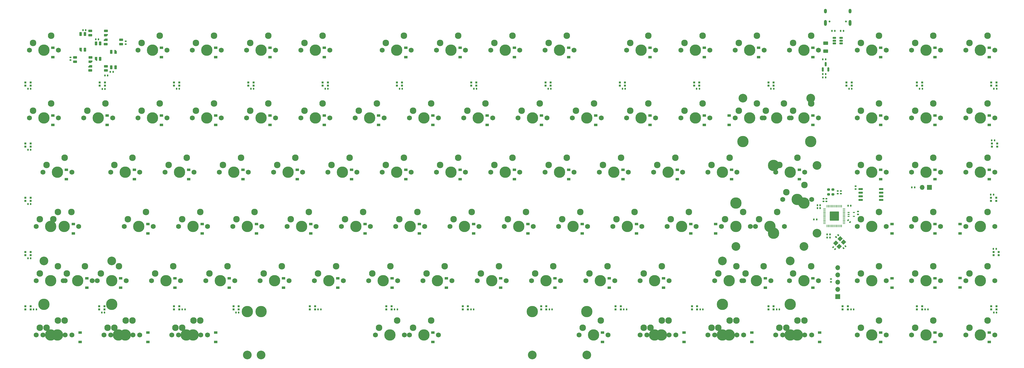
<source format=gbr>
%TF.GenerationSoftware,KiCad,Pcbnew,(6.0.1)*%
%TF.CreationDate,2022-06-13T22:26:40+10:00*%
%TF.ProjectId,fuyu,66757975-2e6b-4696-9361-645f70636258,rev?*%
%TF.SameCoordinates,Original*%
%TF.FileFunction,Soldermask,Bot*%
%TF.FilePolarity,Negative*%
%FSLAX46Y46*%
G04 Gerber Fmt 4.6, Leading zero omitted, Abs format (unit mm)*
G04 Created by KiCad (PCBNEW (6.0.1)) date 2022-06-13 22:26:40*
%MOMM*%
%LPD*%
G01*
G04 APERTURE LIST*
G04 Aperture macros list*
%AMRoundRect*
0 Rectangle with rounded corners*
0 $1 Rounding radius*
0 $2 $3 $4 $5 $6 $7 $8 $9 X,Y pos of 4 corners*
0 Add a 4 corners polygon primitive as box body*
4,1,4,$2,$3,$4,$5,$6,$7,$8,$9,$2,$3,0*
0 Add four circle primitives for the rounded corners*
1,1,$1+$1,$2,$3*
1,1,$1+$1,$4,$5*
1,1,$1+$1,$6,$7*
1,1,$1+$1,$8,$9*
0 Add four rect primitives between the rounded corners*
20,1,$1+$1,$2,$3,$4,$5,0*
20,1,$1+$1,$4,$5,$6,$7,0*
20,1,$1+$1,$6,$7,$8,$9,0*
20,1,$1+$1,$8,$9,$2,$3,0*%
%AMRotRect*
0 Rectangle, with rotation*
0 The origin of the aperture is its center*
0 $1 length*
0 $2 width*
0 $3 Rotation angle, in degrees counterclockwise*
0 Add horizontal line*
21,1,$1,$2,0,0,$3*%
%AMFreePoly0*
4,1,18,-0.410000,0.593000,-0.403758,0.624380,-0.385983,0.650983,-0.359380,0.668758,-0.328000,0.675000,0.328000,0.675000,0.359380,0.668758,0.385983,0.650983,0.403758,0.624380,0.410000,0.593000,0.410000,-0.593000,0.403758,-0.624380,0.385983,-0.650983,0.359380,-0.668758,0.328000,-0.675000,0.000000,-0.675000,-0.410000,-0.265000,-0.410000,0.593000,-0.410000,0.593000,$1*%
G04 Aperture macros list end*
%ADD10RoundRect,0.140000X-0.140000X-0.170000X0.140000X-0.170000X0.140000X0.170000X-0.140000X0.170000X0*%
%ADD11RoundRect,0.140000X0.140000X0.170000X-0.140000X0.170000X-0.140000X-0.170000X0.140000X-0.170000X0*%
%ADD12RoundRect,0.140000X-0.170000X0.140000X-0.170000X-0.140000X0.170000X-0.140000X0.170000X0.140000X0*%
%ADD13RoundRect,0.140000X0.170000X-0.140000X0.170000X0.140000X-0.170000X0.140000X-0.170000X-0.140000X0*%
%ADD14R,0.650000X0.400000*%
%ADD15C,1.750000*%
%ADD16C,3.987800*%
%ADD17C,2.300000*%
%ADD18C,3.048000*%
%ADD19C,0.650000*%
%ADD20O,1.000000X2.100000*%
%ADD21O,1.000000X1.600000*%
%ADD22RoundRect,0.082000X0.593000X-0.328000X0.593000X0.328000X-0.593000X0.328000X-0.593000X-0.328000X0*%
%ADD23FreePoly0,90.000000*%
%ADD24RoundRect,0.105000X-0.245000X-0.245000X0.245000X-0.245000X0.245000X0.245000X-0.245000X0.245000X0*%
%ADD25R,1.700000X1.700000*%
%ADD26O,1.700000X1.700000*%
%ADD27RotRect,1.400000X1.200000X45.000000*%
%ADD28R,1.200000X0.900000*%
%ADD29RoundRect,0.105000X0.245000X0.245000X-0.245000X0.245000X-0.245000X-0.245000X0.245000X-0.245000X0*%
%ADD30RoundRect,0.200000X-0.275000X0.200000X-0.275000X-0.200000X0.275000X-0.200000X0.275000X0.200000X0*%
%ADD31RoundRect,0.140000X-0.219203X-0.021213X-0.021213X-0.219203X0.219203X0.021213X0.021213X0.219203X0*%
%ADD32RoundRect,0.082000X-0.328000X-0.593000X0.328000X-0.593000X0.328000X0.593000X-0.328000X0.593000X0*%
%ADD33FreePoly0,0.000000*%
%ADD34RoundRect,0.150000X0.650000X0.150000X-0.650000X0.150000X-0.650000X-0.150000X0.650000X-0.150000X0*%
%ADD35RoundRect,0.150000X0.475000X0.150000X-0.475000X0.150000X-0.475000X-0.150000X0.475000X-0.150000X0*%
%ADD36RoundRect,0.135000X-0.135000X-0.185000X0.135000X-0.185000X0.135000X0.185000X-0.135000X0.185000X0*%
%ADD37RoundRect,0.135000X0.185000X-0.135000X0.185000X0.135000X-0.185000X0.135000X-0.185000X-0.135000X0*%
%ADD38RoundRect,0.050000X0.387500X0.050000X-0.387500X0.050000X-0.387500X-0.050000X0.387500X-0.050000X0*%
%ADD39RoundRect,0.050000X0.050000X0.387500X-0.050000X0.387500X-0.050000X-0.387500X0.050000X-0.387500X0*%
%ADD40RoundRect,0.144000X1.456000X1.456000X-1.456000X1.456000X-1.456000X-1.456000X1.456000X-1.456000X0*%
%ADD41RoundRect,0.135000X0.135000X0.185000X-0.135000X0.185000X-0.135000X-0.185000X0.135000X-0.185000X0*%
%ADD42RoundRect,0.082000X0.328000X0.593000X-0.328000X0.593000X-0.328000X-0.593000X0.328000X-0.593000X0*%
%ADD43FreePoly0,180.000000*%
%ADD44RoundRect,0.140000X0.021213X-0.219203X0.219203X-0.021213X-0.021213X0.219203X-0.219203X0.021213X0*%
%ADD45RoundRect,0.140000X0.219203X0.021213X0.021213X0.219203X-0.219203X-0.021213X-0.021213X-0.219203X0*%
%ADD46RoundRect,0.135000X0.035355X-0.226274X0.226274X-0.035355X-0.035355X0.226274X-0.226274X0.035355X0*%
%ADD47RoundRect,0.150000X0.150000X-0.587500X0.150000X0.587500X-0.150000X0.587500X-0.150000X-0.587500X0*%
%ADD48RoundRect,0.250000X-0.625000X0.375000X-0.625000X-0.375000X0.625000X-0.375000X0.625000X0.375000X0*%
%ADD49RoundRect,0.082000X-0.593000X0.328000X-0.593000X-0.328000X0.593000X-0.328000X0.593000X0.328000X0*%
%ADD50FreePoly0,270.000000*%
G04 APERTURE END LIST*
D10*
%TO.C,C23*%
X70570312Y-72932500D03*
X71530312Y-72932500D03*
%TD*%
D11*
%TO.C,C22*%
X69660312Y-74212500D03*
X68700312Y-74212500D03*
%TD*%
D12*
%TO.C,C21*%
X56590312Y-67842500D03*
X56590312Y-68802500D03*
%TD*%
D11*
%TO.C,C20*%
X61940312Y-58242500D03*
X60980312Y-58242500D03*
%TD*%
D13*
%TO.C,C58*%
X332970312Y-122932500D03*
X332970312Y-121972500D03*
%TD*%
%TO.C,C19*%
X75980312Y-63152500D03*
X75980312Y-62192500D03*
%TD*%
D11*
%TO.C,C18*%
X66410312Y-61522500D03*
X65450312Y-61522500D03*
%TD*%
D14*
%TO.C,U5*%
X329600312Y-123622500D03*
X329600312Y-122972500D03*
X329600312Y-122322500D03*
X331500312Y-122322500D03*
X331500312Y-123622500D03*
%TD*%
D15*
%TO.C,SW99*%
X235041562Y-165315000D03*
X245201562Y-165315000D03*
D16*
X240121562Y-165315000D03*
D17*
X236311562Y-162775000D03*
X242661562Y-160235000D03*
%TD*%
D15*
%TO.C,SW68*%
X307114062Y-127215000D03*
X296954062Y-127215000D03*
D16*
X302034062Y-127215000D03*
D17*
X298224062Y-124675000D03*
X304574062Y-122135000D03*
%TD*%
D16*
%TO.C,SW106*%
X337752812Y-165315000D03*
D15*
X332672812Y-165315000D03*
X342832812Y-165315000D03*
D17*
X333942812Y-162775000D03*
X340292812Y-160235000D03*
%TD*%
D15*
%TO.C,SW89*%
X351722812Y-146265000D03*
X361882812Y-146265000D03*
D16*
X356802812Y-146265000D03*
D17*
X352992812Y-143725000D03*
X359342812Y-141185000D03*
%TD*%
D15*
%TO.C,SW28*%
X251710312Y-89115000D03*
D16*
X256790312Y-89115000D03*
D15*
X261870312Y-89115000D03*
D17*
X252980312Y-86575000D03*
X259330312Y-84035000D03*
%TD*%
D15*
%TO.C,SW41*%
X157095312Y-108165000D03*
D16*
X152015312Y-108165000D03*
D15*
X146935312Y-108165000D03*
D17*
X148205312Y-105625000D03*
X154555312Y-103085000D03*
%TD*%
D15*
%TO.C,SW2*%
X80260312Y-65302500D03*
D16*
X85340312Y-65302500D03*
D15*
X90420312Y-65302500D03*
D17*
X81530312Y-62762500D03*
X87880312Y-60222500D03*
%TD*%
D16*
%TO.C,SW10*%
X256790312Y-65302500D03*
D15*
X251710312Y-65302500D03*
X261870312Y-65302500D03*
D17*
X252980312Y-62762500D03*
X259330312Y-60222500D03*
%TD*%
D15*
%TO.C,SW27*%
X242820312Y-89115000D03*
X232660312Y-89115000D03*
D16*
X237740312Y-89115000D03*
D17*
X233930312Y-86575000D03*
X240280312Y-84035000D03*
%TD*%
D16*
%TO.C,SW34*%
X356802812Y-89115000D03*
D15*
X361882812Y-89115000D03*
X351722812Y-89115000D03*
D17*
X352992812Y-86575000D03*
X359342812Y-84035000D03*
%TD*%
D15*
%TO.C,SW35*%
X380932812Y-89115000D03*
D16*
X375852812Y-89115000D03*
D15*
X370772812Y-89115000D03*
D17*
X372042812Y-86575000D03*
X378392812Y-84035000D03*
%TD*%
D16*
%TO.C,SW11*%
X275840312Y-65302500D03*
D15*
X270760312Y-65302500D03*
X280920312Y-65302500D03*
D17*
X272030312Y-62762500D03*
X278380312Y-60222500D03*
%TD*%
D15*
%TO.C,SW59*%
X142807812Y-127215000D03*
D16*
X137727812Y-127215000D03*
D15*
X132647812Y-127215000D03*
D17*
X133917812Y-124675000D03*
X140267812Y-122135000D03*
%TD*%
D16*
%TO.C,SW75*%
X90102812Y-146265000D03*
D15*
X85022812Y-146265000D03*
X95182812Y-146265000D03*
D17*
X86292812Y-143725000D03*
X92642812Y-141185000D03*
%TD*%
D15*
%TO.C,SW8*%
X214245312Y-65302500D03*
X204085312Y-65302500D03*
D16*
X209165312Y-65302500D03*
D17*
X205355312Y-62762500D03*
X211705312Y-60222500D03*
%TD*%
D15*
%TO.C,SW70*%
X361882812Y-127215000D03*
D16*
X356802812Y-127215000D03*
D15*
X351722812Y-127215000D03*
D17*
X352992812Y-124675000D03*
X359342812Y-122135000D03*
%TD*%
D15*
%TO.C,SW90*%
X370772812Y-146265000D03*
D16*
X375852812Y-146265000D03*
D15*
X380932812Y-146265000D03*
D17*
X372042812Y-143725000D03*
X378392812Y-141185000D03*
%TD*%
D15*
%TO.C,SW47*%
X261235312Y-108165000D03*
D16*
X266315312Y-108165000D03*
D15*
X271395312Y-108165000D03*
D17*
X262505312Y-105625000D03*
X268855312Y-103085000D03*
%TD*%
D15*
%TO.C,SW39*%
X108835312Y-108165000D03*
D16*
X113915312Y-108165000D03*
D15*
X118995312Y-108165000D03*
D17*
X110105312Y-105625000D03*
X116455312Y-103085000D03*
%TD*%
D15*
%TO.C,SW16*%
X380932812Y-65302500D03*
X370772812Y-65302500D03*
D16*
X375852812Y-65302500D03*
D17*
X372042812Y-62762500D03*
X378392812Y-60222500D03*
%TD*%
D15*
%TO.C,SW6*%
X176145312Y-65302500D03*
D16*
X171065312Y-65302500D03*
D15*
X165985312Y-65302500D03*
D17*
X167255312Y-62762500D03*
X173605312Y-60222500D03*
%TD*%
D15*
%TO.C,SW25*%
X204720312Y-89115000D03*
X194560312Y-89115000D03*
D16*
X199640312Y-89115000D03*
D17*
X195830312Y-86575000D03*
X202180312Y-84035000D03*
%TD*%
D15*
%TO.C,SW29*%
X270760312Y-89115000D03*
D16*
X275840312Y-89115000D03*
D15*
X280920312Y-89115000D03*
D17*
X272030312Y-86575000D03*
X278380312Y-84035000D03*
%TD*%
D16*
%TO.C,SW101*%
X263934062Y-165315000D03*
D15*
X258854062Y-165315000D03*
X269014062Y-165315000D03*
D17*
X260124062Y-162775000D03*
X266474062Y-160235000D03*
%TD*%
D16*
%TO.C,SW13*%
X313940312Y-65302500D03*
D15*
X308860312Y-65302500D03*
X319020312Y-65302500D03*
D17*
X310130312Y-62762500D03*
X316480312Y-60222500D03*
%TD*%
D16*
%TO.C,SW64*%
X232977812Y-127215000D03*
D15*
X238057812Y-127215000D03*
X227897812Y-127215000D03*
D17*
X229167812Y-124675000D03*
X235517812Y-122135000D03*
%TD*%
D16*
%TO.C,S5*%
X285365312Y-154520000D03*
D18*
X309177812Y-139280000D03*
X285365312Y-139280000D03*
D16*
X309177812Y-154520000D03*
%TD*%
D15*
%TO.C,SW103*%
X282666562Y-165315000D03*
D16*
X287746562Y-165315000D03*
D15*
X292826562Y-165315000D03*
D17*
X283936562Y-162775000D03*
X290286562Y-160235000D03*
%TD*%
D15*
%TO.C,SW23*%
X166620312Y-89115000D03*
D16*
X161540312Y-89115000D03*
D15*
X156460312Y-89115000D03*
D17*
X157730312Y-86575000D03*
X164080312Y-84035000D03*
%TD*%
D15*
%TO.C,SW91*%
X44541562Y-165315000D03*
D16*
X49621562Y-165315000D03*
D15*
X54701562Y-165315000D03*
D17*
X45811562Y-162775000D03*
X52161562Y-160235000D03*
%TD*%
D15*
%TO.C,SW96*%
X104707812Y-165315000D03*
D16*
X99627812Y-165315000D03*
D15*
X94547812Y-165315000D03*
D17*
X95817812Y-162775000D03*
X102167812Y-160235000D03*
%TD*%
D15*
%TO.C,SW78*%
X152332812Y-146265000D03*
D16*
X147252812Y-146265000D03*
D15*
X142172812Y-146265000D03*
D17*
X143442812Y-143725000D03*
X149792812Y-141185000D03*
%TD*%
D15*
%TO.C,SW52*%
X361882812Y-108165000D03*
D16*
X356802812Y-108165000D03*
D15*
X351722812Y-108165000D03*
D17*
X352992812Y-105625000D03*
X359342812Y-103085000D03*
%TD*%
D15*
%TO.C,SW60*%
X151697812Y-127215000D03*
D16*
X156777812Y-127215000D03*
D15*
X161857812Y-127215000D03*
D17*
X152967812Y-124675000D03*
X159317812Y-122135000D03*
%TD*%
D15*
%TO.C,SW36*%
X57082812Y-108165000D03*
D16*
X52002812Y-108165000D03*
D15*
X46922812Y-108165000D03*
D17*
X48192812Y-105625000D03*
X54542812Y-103085000D03*
%TD*%
D15*
%TO.C,SW61*%
X180907812Y-127215000D03*
D16*
X175827812Y-127215000D03*
D15*
X170747812Y-127215000D03*
D17*
X172017812Y-124675000D03*
X178367812Y-122135000D03*
%TD*%
D16*
%TO.C,SW74*%
X71052812Y-146265000D03*
D15*
X65972812Y-146265000D03*
X76132812Y-146265000D03*
D17*
X67242812Y-143725000D03*
X73592812Y-141185000D03*
%TD*%
D16*
%TO.C,S7*%
X123440312Y-157060000D03*
D18*
X123440312Y-172300000D03*
D16*
X237740312Y-157060000D03*
D18*
X237740312Y-172300000D03*
%TD*%
D15*
%TO.C,SW33*%
X342832812Y-89115000D03*
X332672812Y-89115000D03*
D16*
X337752812Y-89115000D03*
D17*
X333942812Y-86575000D03*
X340292812Y-84035000D03*
%TD*%
D15*
%TO.C,SW30*%
X299970312Y-89115000D03*
X289810312Y-89115000D03*
D16*
X294890312Y-89115000D03*
D17*
X291080312Y-86575000D03*
X297430312Y-84035000D03*
%TD*%
D18*
%TO.C,S2*%
X318544062Y-129596250D03*
D16*
X303304062Y-129596250D03*
X303304062Y-105783750D03*
D18*
X318544062Y-105783750D03*
%TD*%
D15*
%TO.C,SW42*%
X165985312Y-108165000D03*
D16*
X171065312Y-108165000D03*
D15*
X176145312Y-108165000D03*
D17*
X167255312Y-105625000D03*
X173605312Y-103085000D03*
%TD*%
D15*
%TO.C,SW4*%
X118360312Y-65302500D03*
D16*
X123440312Y-65302500D03*
D15*
X128520312Y-65302500D03*
D17*
X119630312Y-62762500D03*
X125980312Y-60222500D03*
%TD*%
D15*
%TO.C,SW71*%
X380932812Y-127215000D03*
D16*
X375852812Y-127215000D03*
D15*
X370772812Y-127215000D03*
D17*
X372042812Y-124675000D03*
X378392812Y-122135000D03*
%TD*%
D15*
%TO.C,SW100*%
X256472812Y-165315000D03*
D16*
X261552812Y-165315000D03*
D15*
X266632812Y-165315000D03*
D17*
X257742812Y-162775000D03*
X264092812Y-160235000D03*
%TD*%
D16*
%TO.C,SW76*%
X109152812Y-146265000D03*
D15*
X114232812Y-146265000D03*
X104072812Y-146265000D03*
D17*
X105342812Y-143725000D03*
X111692812Y-141185000D03*
%TD*%
D15*
%TO.C,SW84*%
X266632812Y-146265000D03*
X256472812Y-146265000D03*
D16*
X261552812Y-146265000D03*
D17*
X257742812Y-143725000D03*
X264092812Y-141185000D03*
%TD*%
D15*
%TO.C,SW102*%
X290445312Y-165315000D03*
X280285312Y-165315000D03*
D16*
X285365312Y-165315000D03*
D17*
X281555312Y-162775000D03*
X287905312Y-160235000D03*
%TD*%
D15*
%TO.C,SW48*%
X280285312Y-108165000D03*
X290445312Y-108165000D03*
D16*
X285365312Y-108165000D03*
D17*
X281555312Y-105625000D03*
X287905312Y-103085000D03*
%TD*%
D16*
%TO.C,SW93*%
X73434062Y-165315000D03*
D15*
X68354062Y-165315000D03*
X78514062Y-165315000D03*
D17*
X69624062Y-162775000D03*
X75974062Y-160235000D03*
%TD*%
D16*
%TO.C,SW57*%
X99627812Y-127215000D03*
D15*
X94547812Y-127215000D03*
X104707812Y-127215000D03*
D17*
X95817812Y-124675000D03*
X102167812Y-122135000D03*
%TD*%
D16*
%TO.C,SW77*%
X128202812Y-146265000D03*
D15*
X123122812Y-146265000D03*
X133282812Y-146265000D03*
D17*
X124392812Y-143725000D03*
X130742812Y-141185000D03*
%TD*%
D15*
%TO.C,SW31*%
X309495312Y-89115000D03*
X299335312Y-89115000D03*
D16*
X304415312Y-89115000D03*
D17*
X300605312Y-86575000D03*
X306955312Y-84035000D03*
%TD*%
D15*
%TO.C,SW82*%
X228532812Y-146265000D03*
D16*
X223452812Y-146265000D03*
D15*
X218372812Y-146265000D03*
D17*
X219642812Y-143725000D03*
X225992812Y-141185000D03*
%TD*%
D15*
%TO.C,SW55*%
X49304062Y-127215000D03*
X59464062Y-127215000D03*
D16*
X54384062Y-127215000D03*
D17*
X50574062Y-124675000D03*
X56924062Y-122135000D03*
%TD*%
D15*
%TO.C,SW65*%
X257107812Y-127215000D03*
D16*
X252027812Y-127215000D03*
D15*
X246947812Y-127215000D03*
D17*
X248217812Y-124675000D03*
X254567812Y-122135000D03*
%TD*%
D16*
%TO.C,SW21*%
X123440312Y-89115000D03*
D15*
X128520312Y-89115000D03*
X118360312Y-89115000D03*
D17*
X119630312Y-86575000D03*
X125980312Y-84035000D03*
%TD*%
D16*
%TO.C,S1*%
X292509062Y-97370000D03*
X316321562Y-97370000D03*
D18*
X292509062Y-82130000D03*
X316321562Y-82130000D03*
%TD*%
D15*
%TO.C,SW3*%
X109470312Y-65302500D03*
X99310312Y-65302500D03*
D16*
X104390312Y-65302500D03*
D17*
X100580312Y-62762500D03*
X106930312Y-60222500D03*
%TD*%
D15*
%TO.C,SW86*%
X302351562Y-146265000D03*
D16*
X297271562Y-146265000D03*
D15*
X292191562Y-146265000D03*
D17*
X293461562Y-143725000D03*
X299811562Y-141185000D03*
%TD*%
D15*
%TO.C,SW44*%
X214245312Y-108165000D03*
D16*
X209165312Y-108165000D03*
D15*
X204085312Y-108165000D03*
D17*
X205355312Y-105625000D03*
X211705312Y-103085000D03*
%TD*%
D15*
%TO.C,SW80*%
X180272812Y-146265000D03*
X190432812Y-146265000D03*
D16*
X185352812Y-146265000D03*
D17*
X181542812Y-143725000D03*
X187892812Y-141185000D03*
%TD*%
D15*
%TO.C,SW15*%
X361882812Y-65302500D03*
X351722812Y-65302500D03*
D16*
X356802812Y-65302500D03*
D17*
X352992812Y-62762500D03*
X359342812Y-60222500D03*
%TD*%
D15*
%TO.C,SW108*%
X370772812Y-165315000D03*
X380932812Y-165315000D03*
D16*
X375852812Y-165315000D03*
D17*
X372042812Y-162775000D03*
X378392812Y-160235000D03*
%TD*%
D15*
%TO.C,SW58*%
X113597812Y-127215000D03*
D16*
X118677812Y-127215000D03*
D15*
X123757812Y-127215000D03*
D17*
X114867812Y-124675000D03*
X121217812Y-122135000D03*
%TD*%
D15*
%TO.C,SW81*%
X199322812Y-146265000D03*
X209482812Y-146265000D03*
D16*
X204402812Y-146265000D03*
D17*
X200592812Y-143725000D03*
X206942812Y-141185000D03*
%TD*%
D16*
%TO.C,SW46*%
X247265312Y-108165000D03*
D15*
X252345312Y-108165000D03*
X242185312Y-108165000D03*
D17*
X243455312Y-105625000D03*
X249805312Y-103085000D03*
%TD*%
D16*
%TO.C,SW24*%
X180590312Y-89115000D03*
D15*
X185670312Y-89115000D03*
X175510312Y-89115000D03*
D17*
X176780312Y-86575000D03*
X183130312Y-84035000D03*
%TD*%
D15*
%TO.C,SW43*%
X195195312Y-108165000D03*
D16*
X190115312Y-108165000D03*
D15*
X185035312Y-108165000D03*
D17*
X186305312Y-105625000D03*
X192655312Y-103085000D03*
%TD*%
D15*
%TO.C,SW12*%
X289810312Y-65302500D03*
X299970312Y-65302500D03*
D16*
X294890312Y-65302500D03*
D17*
X291080312Y-62762500D03*
X297430312Y-60222500D03*
%TD*%
D16*
%TO.C,SW79*%
X166302812Y-146265000D03*
D15*
X161222812Y-146265000D03*
X171382812Y-146265000D03*
D17*
X162492812Y-143725000D03*
X168842812Y-141185000D03*
%TD*%
D15*
%TO.C,SW85*%
X282666562Y-146265000D03*
D16*
X287746562Y-146265000D03*
D15*
X292826562Y-146265000D03*
D17*
X283936562Y-143725000D03*
X290286562Y-141185000D03*
%TD*%
D15*
%TO.C,SW62*%
X189797812Y-127215000D03*
D16*
X194877812Y-127215000D03*
D15*
X199957812Y-127215000D03*
D17*
X191067812Y-124675000D03*
X197417812Y-122135000D03*
%TD*%
D15*
%TO.C,SW51*%
X332672812Y-108165000D03*
X342832812Y-108165000D03*
D16*
X337752812Y-108165000D03*
D17*
X333942812Y-105625000D03*
X340292812Y-103085000D03*
%TD*%
D15*
%TO.C,SW45*%
X223135312Y-108165000D03*
D16*
X228215312Y-108165000D03*
D15*
X233295312Y-108165000D03*
D17*
X224405312Y-105625000D03*
X230755312Y-103085000D03*
%TD*%
D15*
%TO.C,SW22*%
X137410312Y-89115000D03*
D16*
X142490312Y-89115000D03*
D15*
X147570312Y-89115000D03*
D17*
X138680312Y-86575000D03*
X145030312Y-84035000D03*
%TD*%
D15*
%TO.C,SW105*%
X316639062Y-165315000D03*
X306479062Y-165315000D03*
D16*
X311559062Y-165315000D03*
D17*
X307749062Y-162775000D03*
X314099062Y-160235000D03*
%TD*%
D15*
%TO.C,SW54*%
X54701562Y-127215000D03*
X44541562Y-127215000D03*
D16*
X49621562Y-127215000D03*
D17*
X45811562Y-124675000D03*
X52161562Y-122135000D03*
%TD*%
D15*
%TO.C,SW37*%
X70735312Y-108165000D03*
X80895312Y-108165000D03*
D16*
X75815312Y-108165000D03*
D17*
X72005312Y-105625000D03*
X78355312Y-103085000D03*
%TD*%
D16*
%TO.C,SW20*%
X104390312Y-89115000D03*
D15*
X109470312Y-89115000D03*
X99310312Y-89115000D03*
D17*
X100580312Y-86575000D03*
X106930312Y-84035000D03*
%TD*%
D16*
%TO.C,SW14*%
X337752812Y-65302500D03*
D15*
X342832812Y-65302500D03*
X332672812Y-65302500D03*
D17*
X333942812Y-62762500D03*
X340292812Y-60222500D03*
%TD*%
D15*
%TO.C,SW83*%
X237422812Y-146265000D03*
D16*
X242502812Y-146265000D03*
D15*
X247582812Y-146265000D03*
D17*
X238692812Y-143725000D03*
X245042812Y-141185000D03*
%TD*%
D16*
%TO.C,S6*%
X218662812Y-157060000D03*
D18*
X218662812Y-172300000D03*
D16*
X118650312Y-157060000D03*
D18*
X118650312Y-172300000D03*
%TD*%
D15*
%TO.C,SW7*%
X195195312Y-65302500D03*
X185035312Y-65302500D03*
D16*
X190115312Y-65302500D03*
D17*
X186305312Y-62762500D03*
X192655312Y-60222500D03*
%TD*%
D15*
%TO.C,SW72*%
X54701562Y-146265000D03*
X44541562Y-146265000D03*
D16*
X49621562Y-146265000D03*
D17*
X45811562Y-143725000D03*
X52161562Y-141185000D03*
%TD*%
D15*
%TO.C,SW18*%
X61210312Y-89115000D03*
X71370312Y-89115000D03*
D16*
X66290312Y-89115000D03*
D17*
X62480312Y-86575000D03*
X68830312Y-84035000D03*
%TD*%
D16*
%TO.C,SW5*%
X142490312Y-65302500D03*
D15*
X137410312Y-65302500D03*
X147570312Y-65302500D03*
D17*
X138680312Y-62762500D03*
X145030312Y-60222500D03*
%TD*%
D15*
%TO.C,SW67*%
X285047812Y-127215000D03*
D16*
X290127812Y-127215000D03*
D15*
X295207812Y-127215000D03*
D17*
X286317812Y-124675000D03*
X292667812Y-122135000D03*
%TD*%
D15*
%TO.C,SW49*%
X314257812Y-108165000D03*
D16*
X309177812Y-108165000D03*
D15*
X304097812Y-108165000D03*
D17*
X305367812Y-105625000D03*
X311717812Y-103085000D03*
%TD*%
D16*
%TO.C,SW1*%
X47240312Y-65302500D03*
D15*
X52320312Y-65302500D03*
X42160312Y-65302500D03*
D17*
X43430312Y-62762500D03*
X49780312Y-60222500D03*
%TD*%
D15*
%TO.C,SW63*%
X219007812Y-127215000D03*
D16*
X213927812Y-127215000D03*
D15*
X208847812Y-127215000D03*
D17*
X210117812Y-124675000D03*
X216467812Y-122135000D03*
%TD*%
D16*
%TO.C,SW9*%
X228215312Y-65302500D03*
D15*
X223135312Y-65302500D03*
X233295312Y-65302500D03*
D17*
X224405312Y-62762500D03*
X230755312Y-60222500D03*
%TD*%
D15*
%TO.C,SW69*%
X342832812Y-127215000D03*
X332672812Y-127215000D03*
D16*
X337752812Y-127215000D03*
D17*
X333942812Y-124675000D03*
X340292812Y-122135000D03*
%TD*%
D19*
%TO.C,J1*%
X328736562Y-55202500D03*
X322956562Y-55202500D03*
D20*
X321526562Y-55732500D03*
D21*
X330166562Y-51552500D03*
X321526562Y-51552500D03*
D20*
X330166562Y-55732500D03*
%TD*%
D16*
%TO.C,SW73*%
X59146562Y-146265000D03*
D15*
X64226562Y-146265000D03*
X54066562Y-146265000D03*
D17*
X55336562Y-143725000D03*
X61686562Y-141185000D03*
%TD*%
D16*
%TO.C,SW32*%
X313940312Y-89115000D03*
D15*
X319020312Y-89115000D03*
X308860312Y-89115000D03*
D17*
X310130312Y-86575000D03*
X316480312Y-84035000D03*
%TD*%
D15*
%TO.C,SW97*%
X173764062Y-165315000D03*
D16*
X168684062Y-165315000D03*
D15*
X163604062Y-165315000D03*
D17*
X164874062Y-162775000D03*
X171224062Y-160235000D03*
%TD*%
D15*
%TO.C,SW107*%
X351722812Y-165315000D03*
X361882812Y-165315000D03*
D16*
X356802812Y-165315000D03*
D17*
X352992812Y-162775000D03*
X359342812Y-160235000D03*
%TD*%
D15*
%TO.C,SW66*%
X265997812Y-127215000D03*
D16*
X271077812Y-127215000D03*
D15*
X276157812Y-127215000D03*
D17*
X267267812Y-124675000D03*
X273617812Y-122135000D03*
%TD*%
D16*
%TO.C,SW92*%
X52002812Y-165315000D03*
D15*
X57082812Y-165315000D03*
X46922812Y-165315000D03*
D17*
X48192812Y-162775000D03*
X54542812Y-160235000D03*
%TD*%
D16*
%TO.C,SW56*%
X80577812Y-127215000D03*
D15*
X85657812Y-127215000D03*
X75497812Y-127215000D03*
D17*
X76767812Y-124675000D03*
X83117812Y-122135000D03*
%TD*%
D18*
%TO.C,S3*%
X290127812Y-134200000D03*
X313940312Y-134200000D03*
D16*
X313940312Y-118960000D03*
X290127812Y-118960000D03*
%TD*%
D15*
%TO.C,SW87*%
X308860312Y-146265000D03*
D16*
X313940312Y-146265000D03*
D15*
X319020312Y-146265000D03*
D17*
X310130312Y-143725000D03*
X316480312Y-141185000D03*
%TD*%
D16*
%TO.C,SW38*%
X94865312Y-108165000D03*
D15*
X99945312Y-108165000D03*
X89785312Y-108165000D03*
D17*
X91055312Y-105625000D03*
X97405312Y-103085000D03*
%TD*%
D16*
%TO.C,SW94*%
X75815312Y-165315000D03*
D15*
X70735312Y-165315000D03*
X80895312Y-165315000D03*
D17*
X72005312Y-162775000D03*
X78355312Y-160235000D03*
%TD*%
D15*
%TO.C,SW19*%
X80260312Y-89115000D03*
D16*
X85340312Y-89115000D03*
D15*
X90420312Y-89115000D03*
D17*
X81530312Y-86575000D03*
X87880312Y-84035000D03*
%TD*%
D15*
%TO.C,SW50*%
X316639062Y-117690000D03*
X306479062Y-117690000D03*
D16*
X311559062Y-117690000D03*
D17*
X307749062Y-115150000D03*
X314099062Y-112610000D03*
%TD*%
D16*
%TO.C,SW17*%
X47240312Y-89115000D03*
D15*
X42160312Y-89115000D03*
X52320312Y-89115000D03*
D17*
X43430312Y-86575000D03*
X49780312Y-84035000D03*
%TD*%
D15*
%TO.C,SW95*%
X102326562Y-165315000D03*
D16*
X97246562Y-165315000D03*
D15*
X92166562Y-165315000D03*
D17*
X93436562Y-162775000D03*
X99786562Y-160235000D03*
%TD*%
D16*
%TO.C,SW104*%
X309177812Y-165315000D03*
D15*
X304097812Y-165315000D03*
X314257812Y-165315000D03*
D17*
X305367812Y-162775000D03*
X311717812Y-160235000D03*
%TD*%
D15*
%TO.C,SW98*%
X175510312Y-165315000D03*
X185670312Y-165315000D03*
D16*
X180590312Y-165315000D03*
D17*
X176780312Y-162775000D03*
X183130312Y-160235000D03*
%TD*%
D15*
%TO.C,SW53*%
X380932812Y-108165000D03*
D16*
X375852812Y-108165000D03*
D15*
X370772812Y-108165000D03*
D17*
X372042812Y-105625000D03*
X378392812Y-103085000D03*
%TD*%
D15*
%TO.C,SW26*%
X223770312Y-89115000D03*
D16*
X218690312Y-89115000D03*
D15*
X213610312Y-89115000D03*
D17*
X214880312Y-86575000D03*
X221230312Y-84035000D03*
%TD*%
D15*
%TO.C,SW40*%
X138045312Y-108165000D03*
D16*
X132965312Y-108165000D03*
D15*
X127885312Y-108165000D03*
D17*
X129155312Y-105625000D03*
X135505312Y-103085000D03*
%TD*%
D15*
%TO.C,SW88*%
X332672812Y-146265000D03*
X342832812Y-146265000D03*
D16*
X337752812Y-146265000D03*
D17*
X333942812Y-143725000D03*
X340292812Y-141185000D03*
%TD*%
D22*
%TO.C,LED3*%
X63565312Y-58552500D03*
X63565312Y-60052500D03*
X69015312Y-58552500D03*
D23*
X69015312Y-60052500D03*
%TD*%
D11*
%TO.C,C40*%
X381410312Y-135112500D03*
X380450312Y-135112500D03*
%TD*%
D24*
%TO.C,D114*%
X379925312Y-99182500D03*
X379925312Y-98082500D03*
X381755312Y-98082500D03*
X381755312Y-99182500D03*
%TD*%
D25*
%TO.C,J2*%
X325860312Y-151837094D03*
D26*
X325860312Y-149297094D03*
X325860312Y-146757094D03*
X325860312Y-144217094D03*
X325860312Y-141677094D03*
%TD*%
D27*
%TO.C,Y1*%
X325131102Y-133055317D03*
X326686737Y-131499682D03*
X327888818Y-132701763D03*
X326333183Y-134257398D03*
%TD*%
D28*
%TO.C,D38*%
X117090312Y-110608750D03*
X117090312Y-107308750D03*
%TD*%
D10*
%TO.C,C32*%
X250260312Y-78852500D03*
X251220312Y-78852500D03*
%TD*%
%TO.C,C44*%
X304390312Y-156342500D03*
X305350312Y-156342500D03*
%TD*%
D28*
%TO.C,D14*%
X340927812Y-67746250D03*
X340927812Y-64446250D03*
%TD*%
D11*
%TO.C,C9*%
X323090312Y-131056392D03*
X322130312Y-131056392D03*
%TD*%
D28*
%TO.C,D8*%
X212340312Y-67746250D03*
X212340312Y-64446250D03*
%TD*%
D24*
%TO.C,D121*%
X274672350Y-156340000D03*
X274672350Y-155240000D03*
X276502350Y-155240000D03*
X276502350Y-156340000D03*
%TD*%
D13*
%TO.C,C3*%
X326887504Y-115703892D03*
X326887504Y-114743892D03*
%TD*%
D29*
%TO.C,D101*%
X68670696Y-76658750D03*
X68670696Y-77758750D03*
X66840696Y-77758750D03*
X66840696Y-76658750D03*
%TD*%
D11*
%TO.C,C2*%
X323090312Y-130036392D03*
X322130312Y-130036392D03*
%TD*%
%TO.C,C11*%
X319647504Y-119736392D03*
X318687504Y-119736392D03*
%TD*%
D10*
%TO.C,C34*%
X302410312Y-78842500D03*
X303370312Y-78842500D03*
%TD*%
D28*
%TO.C,D44*%
X231390312Y-110608750D03*
X231390312Y-107308750D03*
%TD*%
%TO.C,D41*%
X174240312Y-110608750D03*
X174240312Y-107308750D03*
%TD*%
%TO.C,D65*%
X344896562Y-129658750D03*
X344896562Y-126358750D03*
%TD*%
%TO.C,D18*%
X69465312Y-91558750D03*
X69465312Y-88258750D03*
%TD*%
D13*
%TO.C,C1*%
X321887504Y-118416392D03*
X321887504Y-117456392D03*
%TD*%
D30*
%TO.C,R3*%
X322578124Y-114260294D03*
X322578124Y-115910294D03*
%TD*%
D28*
%TO.C,D17*%
X50415312Y-91558750D03*
X50415312Y-88258750D03*
%TD*%
D10*
%TO.C,C24*%
X41660312Y-78842500D03*
X42620312Y-78842500D03*
%TD*%
D28*
%TO.C,D43*%
X212340312Y-110608750D03*
X212340312Y-107308750D03*
%TD*%
D11*
%TO.C,C38*%
X380840312Y-96992500D03*
X379880312Y-96992500D03*
%TD*%
D28*
%TO.C,D51*%
X379027812Y-110608750D03*
X379027812Y-107308750D03*
%TD*%
D29*
%TO.C,D132*%
X42599062Y-117140000D03*
X42599062Y-118240000D03*
X40769062Y-118240000D03*
X40769062Y-117140000D03*
%TD*%
D28*
%TO.C,D49*%
X340927812Y-110608750D03*
X340927812Y-107308750D03*
%TD*%
D10*
%TO.C,C45*%
X277570312Y-156342500D03*
X278530312Y-156342500D03*
%TD*%
D28*
%TO.C,D34*%
X379027812Y-91558750D03*
X379027812Y-88258750D03*
%TD*%
D29*
%TO.C,D109*%
X277243768Y-76658750D03*
X277243768Y-77758750D03*
X275413768Y-77758750D03*
X275413768Y-76658750D03*
%TD*%
D31*
%TO.C,C8*%
X329465111Y-125023691D03*
X330143933Y-125702513D03*
%TD*%
D29*
%TO.C,D107*%
X225100500Y-76658750D03*
X225100500Y-77758750D03*
X223270500Y-77758750D03*
X223270500Y-76658750D03*
%TD*%
D10*
%TO.C,C26*%
X93820312Y-78842500D03*
X94780312Y-78842500D03*
%TD*%
D24*
%TO.C,D130*%
X40769062Y-156340000D03*
X40769062Y-155240000D03*
X42599062Y-155240000D03*
X42599062Y-156340000D03*
%TD*%
D32*
%TO.C,LED4*%
X61670954Y-59677500D03*
X60170954Y-59677500D03*
X61670954Y-65127500D03*
D33*
X60170954Y-65127500D03*
%TD*%
D28*
%TO.C,D7*%
X193290312Y-67746250D03*
X193290312Y-64446250D03*
%TD*%
D29*
%TO.C,D108*%
X251172134Y-76658750D03*
X251172134Y-77758750D03*
X249342134Y-77758750D03*
X249342134Y-76658750D03*
%TD*%
D34*
%TO.C,U4*%
X341070620Y-114037500D03*
X341070620Y-115307500D03*
X341070620Y-116577500D03*
X341070620Y-117847500D03*
X333870620Y-117847500D03*
X333870620Y-116577500D03*
X333870620Y-115307500D03*
X333870620Y-114037500D03*
%TD*%
D28*
%TO.C,D3*%
X107565312Y-67746250D03*
X107565312Y-64446250D03*
%TD*%
D29*
%TO.C,D104*%
X146885598Y-76658750D03*
X146885598Y-77758750D03*
X145055598Y-77758750D03*
X145055598Y-76658750D03*
%TD*%
D28*
%TO.C,D48*%
X312352812Y-110608750D03*
X312352812Y-107308750D03*
%TD*%
D24*
%TO.C,D122*%
X247859302Y-156340000D03*
X247859302Y-155240000D03*
X249689302Y-155240000D03*
X249689302Y-156340000D03*
%TD*%
D28*
%TO.C,D70*%
X93277812Y-148708750D03*
X93277812Y-145408750D03*
%TD*%
D11*
%TO.C,C41*%
X381530312Y-157422500D03*
X380570312Y-157422500D03*
%TD*%
D10*
%TO.C,C29*%
X172050312Y-78872500D03*
X173010312Y-78872500D03*
%TD*%
%TO.C,C52*%
X95800312Y-156342500D03*
X96760312Y-156342500D03*
%TD*%
D28*
%TO.C,D52*%
X57559062Y-129658750D03*
X57559062Y-126358750D03*
%TD*%
D24*
%TO.C,D125*%
X167420158Y-156340000D03*
X167420158Y-155240000D03*
X169250158Y-155240000D03*
X169250158Y-156340000D03*
%TD*%
D10*
%TO.C,C55*%
X41680312Y-138372500D03*
X42640312Y-138372500D03*
%TD*%
D28*
%TO.C,D93*%
X340927812Y-167758750D03*
X340927812Y-164458750D03*
%TD*%
D11*
%TO.C,C39*%
X380502187Y-116062500D03*
X379542187Y-116062500D03*
%TD*%
D10*
%TO.C,C33*%
X276330312Y-78852500D03*
X277290312Y-78852500D03*
%TD*%
D28*
%TO.C,D74*%
X169477812Y-148708750D03*
X169477812Y-145408750D03*
%TD*%
%TO.C,D6*%
X174240312Y-67746250D03*
X174240312Y-64446250D03*
%TD*%
%TO.C,D42*%
X193290312Y-110608750D03*
X193290312Y-107308750D03*
%TD*%
D35*
%TO.C,U3*%
X326972812Y-61022500D03*
X326972812Y-61972500D03*
X327047812Y-62922500D03*
X324622812Y-62922500D03*
X324622812Y-61972500D03*
X324622812Y-61022500D03*
%TD*%
D11*
%TO.C,C14*%
X321575312Y-73722500D03*
X320615312Y-73722500D03*
%TD*%
D28*
%TO.C,D71*%
X112327812Y-148708750D03*
X112327812Y-145408750D03*
%TD*%
D36*
%TO.C,R7*%
X323800312Y-58522500D03*
X324820312Y-58522500D03*
%TD*%
D10*
%TO.C,C13*%
X320590312Y-68532500D03*
X321550312Y-68532500D03*
%TD*%
D24*
%TO.C,D124*%
X194233206Y-156340000D03*
X194233206Y-155240000D03*
X196063206Y-155240000D03*
X196063206Y-156340000D03*
%TD*%
D37*
%TO.C,R1*%
X323489670Y-146717094D03*
X323489670Y-145697094D03*
%TD*%
D13*
%TO.C,C5*%
X320839416Y-118419750D03*
X320839416Y-117459750D03*
%TD*%
D28*
%TO.C,D95*%
X379027812Y-167758750D03*
X379027812Y-164458750D03*
%TD*%
%TO.C,D15*%
X359977812Y-67746250D03*
X359977812Y-64446250D03*
%TD*%
%TO.C,D54*%
X102802812Y-129658750D03*
X102802812Y-126358750D03*
%TD*%
%TO.C,D61*%
X236152812Y-129658750D03*
X236152812Y-126358750D03*
%TD*%
D10*
%TO.C,C35*%
X329810312Y-78842500D03*
X330770312Y-78842500D03*
%TD*%
D28*
%TO.C,D91*%
X295684062Y-167758750D03*
X295684062Y-164458750D03*
%TD*%
%TO.C,D81*%
X317115312Y-148708750D03*
X317115312Y-145408750D03*
%TD*%
%TO.C,D46*%
X269490312Y-110608750D03*
X269490312Y-107308750D03*
%TD*%
%TO.C,D40*%
X155190312Y-110608750D03*
X155190312Y-107308750D03*
%TD*%
%TO.C,D57*%
X159952812Y-129658750D03*
X159952812Y-126358750D03*
%TD*%
D18*
%TO.C,S4*%
X47240312Y-139280000D03*
D16*
X47240312Y-154520000D03*
D18*
X71052812Y-139280000D03*
D16*
X71052812Y-154520000D03*
%TD*%
D28*
%TO.C,D28*%
X259965312Y-91558750D03*
X259965312Y-88258750D03*
%TD*%
D10*
%TO.C,C30*%
X198110312Y-78872500D03*
X199070312Y-78872500D03*
%TD*%
D28*
%TO.C,D86*%
X83752812Y-167758750D03*
X83752812Y-164458750D03*
%TD*%
%TO.C,D19*%
X88515312Y-91558750D03*
X88515312Y-88258750D03*
%TD*%
%TO.C,D92*%
X319496562Y-167758750D03*
X319496562Y-164458750D03*
%TD*%
D11*
%TO.C,C6*%
X318440312Y-124782500D03*
X317480312Y-124782500D03*
%TD*%
D28*
%TO.C,D24*%
X183765312Y-91558750D03*
X183765312Y-88258750D03*
%TD*%
%TO.C,D78*%
X245677812Y-148708750D03*
X245677812Y-145408750D03*
%TD*%
D29*
%TO.C,D106*%
X199028866Y-76658750D03*
X199028866Y-77758750D03*
X197198866Y-77758750D03*
X197198866Y-76658750D03*
%TD*%
D10*
%TO.C,C48*%
X197120312Y-156342500D03*
X198080312Y-156342500D03*
%TD*%
D24*
%TO.C,D129*%
X66675312Y-156340000D03*
X66675312Y-155240000D03*
X68505312Y-155240000D03*
X68505312Y-156340000D03*
%TD*%
D28*
%TO.C,D39*%
X136140312Y-110608750D03*
X136140312Y-107308750D03*
%TD*%
D30*
%TO.C,R2*%
X324164374Y-114260294D03*
X324164374Y-115910294D03*
%TD*%
D28*
%TO.C,D25*%
X202815312Y-91558750D03*
X202815312Y-88258750D03*
%TD*%
D24*
%TO.C,D123*%
X221744062Y-156340000D03*
X221744062Y-155240000D03*
X223574062Y-155240000D03*
X223574062Y-156340000D03*
%TD*%
D28*
%TO.C,D5*%
X145665312Y-67746250D03*
X145665312Y-64446250D03*
%TD*%
D24*
%TO.C,D119*%
X327557036Y-156340000D03*
X327557036Y-155240000D03*
X329387036Y-155240000D03*
X329387036Y-156340000D03*
%TD*%
D13*
%TO.C,C7*%
X325837504Y-115703892D03*
X325837504Y-114743892D03*
%TD*%
D28*
%TO.C,D67*%
X368709062Y-129658750D03*
X368709062Y-126358750D03*
%TD*%
D38*
%TO.C,U2*%
X328037812Y-120968892D03*
X328037812Y-121368892D03*
X328037812Y-121768892D03*
X328037812Y-122168892D03*
X328037812Y-122568892D03*
X328037812Y-122968892D03*
X328037812Y-123368892D03*
X328037812Y-123768892D03*
X328037812Y-124168892D03*
X328037812Y-124568892D03*
X328037812Y-124968892D03*
X328037812Y-125368892D03*
X328037812Y-125768892D03*
X328037812Y-126168892D03*
D39*
X327200312Y-127006392D03*
X326800312Y-127006392D03*
X326400312Y-127006392D03*
X326000312Y-127006392D03*
X325600312Y-127006392D03*
X325200312Y-127006392D03*
X324800312Y-127006392D03*
X324400312Y-127006392D03*
X324000312Y-127006392D03*
X323600312Y-127006392D03*
X323200312Y-127006392D03*
X322800312Y-127006392D03*
X322400312Y-127006392D03*
X322000312Y-127006392D03*
D38*
X321162812Y-126168892D03*
X321162812Y-125768892D03*
X321162812Y-125368892D03*
X321162812Y-124968892D03*
X321162812Y-124568892D03*
X321162812Y-124168892D03*
X321162812Y-123768892D03*
X321162812Y-123368892D03*
X321162812Y-122968892D03*
X321162812Y-122568892D03*
X321162812Y-122168892D03*
X321162812Y-121768892D03*
X321162812Y-121368892D03*
X321162812Y-120968892D03*
D39*
X322000312Y-120131392D03*
X322400312Y-120131392D03*
X322800312Y-120131392D03*
X323200312Y-120131392D03*
X323600312Y-120131392D03*
X324000312Y-120131392D03*
X324400312Y-120131392D03*
X324800312Y-120131392D03*
X325200312Y-120131392D03*
X325600312Y-120131392D03*
X326000312Y-120131392D03*
X326400312Y-120131392D03*
X326800312Y-120131392D03*
X327200312Y-120131392D03*
D40*
X324600312Y-123568892D03*
%TD*%
D28*
%TO.C,D84*%
X368709062Y-148646250D03*
X368709062Y-145346250D03*
%TD*%
D24*
%TO.C,D118*%
X353628670Y-156340000D03*
X353628670Y-155240000D03*
X355458670Y-155240000D03*
X355458670Y-156340000D03*
%TD*%
D22*
%TO.C,LED5*%
X58195954Y-67852500D03*
X58195954Y-69352500D03*
X63645954Y-67852500D03*
D23*
X63645954Y-69352500D03*
%TD*%
D41*
%TO.C,R5*%
X352850313Y-113527500D03*
X351830313Y-113527500D03*
%TD*%
D28*
%TO.C,D22*%
X145665312Y-91558750D03*
X145665312Y-88258750D03*
%TD*%
D10*
%TO.C,C31*%
X224210312Y-78842500D03*
X225170312Y-78842500D03*
%TD*%
%TO.C,C47*%
X224640312Y-156342500D03*
X225600312Y-156342500D03*
%TD*%
D28*
%TO.C,D77*%
X226627812Y-148708750D03*
X226627812Y-145408750D03*
%TD*%
D29*
%TO.C,D100*%
X42599062Y-76658750D03*
X42599062Y-77758750D03*
X40769062Y-77758750D03*
X40769062Y-76658750D03*
%TD*%
D24*
%TO.C,D126*%
X140607110Y-156340000D03*
X140607110Y-155240000D03*
X142437110Y-155240000D03*
X142437110Y-156340000D03*
%TD*%
D42*
%TO.C,LED7*%
X70909670Y-71327500D03*
X72409670Y-71327500D03*
X70909670Y-65877500D03*
D43*
X72409670Y-65877500D03*
%TD*%
D10*
%TO.C,C43*%
X330450312Y-156342500D03*
X331410312Y-156342500D03*
%TD*%
D28*
%TO.C,D35*%
X55177812Y-110608750D03*
X55177812Y-107308750D03*
%TD*%
%TO.C,D56*%
X140902812Y-129658750D03*
X140902812Y-126358750D03*
%TD*%
%TO.C,D82*%
X344896562Y-148708750D03*
X344896562Y-145408750D03*
%TD*%
%TO.C,D80*%
X300446562Y-148708750D03*
X300446562Y-145408750D03*
%TD*%
%TO.C,D79*%
X264727812Y-148708750D03*
X264727812Y-145408750D03*
%TD*%
D10*
%TO.C,C4*%
X320590312Y-74872500D03*
X321550312Y-74872500D03*
%TD*%
D44*
%TO.C,C15*%
X327890549Y-134817951D03*
X328569371Y-134139129D03*
%TD*%
D28*
%TO.C,D53*%
X83752812Y-129658750D03*
X83752812Y-126358750D03*
%TD*%
%TO.C,D59*%
X198052812Y-129658750D03*
X198052812Y-126358750D03*
%TD*%
%TO.C,D94*%
X359977812Y-167758750D03*
X359977812Y-164458750D03*
%TD*%
%TO.C,D75*%
X188527812Y-148708750D03*
X188527812Y-145408750D03*
%TD*%
D10*
%TO.C,C54*%
X43670312Y-156342500D03*
X44630312Y-156342500D03*
%TD*%
D28*
%TO.C,D27*%
X240915312Y-91558750D03*
X240915312Y-88258750D03*
%TD*%
%TO.C,D63*%
X274252812Y-129658750D03*
X274252812Y-126358750D03*
%TD*%
%TO.C,D89*%
X243296562Y-167758750D03*
X243296562Y-164458750D03*
%TD*%
D29*
%TO.C,D111*%
X330730312Y-76658750D03*
X330730312Y-77758750D03*
X328900312Y-77758750D03*
X328900312Y-76658750D03*
%TD*%
D11*
%TO.C,C10*%
X319647504Y-120733892D03*
X318687504Y-120733892D03*
%TD*%
D10*
%TO.C,C49*%
X170320312Y-156342500D03*
X171280312Y-156342500D03*
%TD*%
D28*
%TO.C,D36*%
X78990312Y-110608750D03*
X78990312Y-107308750D03*
%TD*%
%TO.C,D88*%
X183765312Y-167758750D03*
X183765312Y-164458750D03*
%TD*%
D45*
%TO.C,C16*%
X324899371Y-135157951D03*
X324220549Y-134479129D03*
%TD*%
D10*
%TO.C,C36*%
X354550312Y-78842500D03*
X355510312Y-78842500D03*
%TD*%
D29*
%TO.C,D103*%
X120813964Y-76658750D03*
X120813964Y-77758750D03*
X118983964Y-77758750D03*
X118983964Y-76658750D03*
%TD*%
D10*
%TO.C,C12*%
X329467192Y-119933892D03*
X330427192Y-119933892D03*
%TD*%
D28*
%TO.C,D50*%
X359977812Y-110608750D03*
X359977812Y-107308750D03*
%TD*%
%TO.C,D73*%
X150427812Y-148708750D03*
X150427812Y-145408750D03*
%TD*%
%TO.C,D33*%
X359977812Y-91558750D03*
X359977812Y-88258750D03*
%TD*%
%TO.C,D66*%
X359977812Y-129658750D03*
X359977812Y-126358750D03*
%TD*%
%TO.C,D85*%
X59940312Y-167758750D03*
X59940312Y-164458750D03*
%TD*%
D32*
%TO.C,LED1*%
X67040312Y-62927500D03*
X65540312Y-62927500D03*
X67040312Y-68377500D03*
D33*
X65540312Y-68377500D03*
%TD*%
D10*
%TO.C,C37*%
X380620312Y-78842500D03*
X381580312Y-78842500D03*
%TD*%
D29*
%TO.C,D102*%
X94742330Y-76658750D03*
X94742330Y-77758750D03*
X92912330Y-77758750D03*
X92912330Y-76658750D03*
%TD*%
D24*
%TO.C,D117*%
X379700312Y-156340000D03*
X379700312Y-155240000D03*
X381530312Y-155240000D03*
X381530312Y-156340000D03*
%TD*%
D28*
%TO.C,D16*%
X379027812Y-67746250D03*
X379027812Y-64446250D03*
%TD*%
%TO.C,D68*%
X62321562Y-148708750D03*
X62321562Y-145408750D03*
%TD*%
D46*
%TO.C,R4*%
X325259336Y-130939164D03*
X325980584Y-130217916D03*
%TD*%
D41*
%TO.C,R6*%
X327890312Y-58522500D03*
X326870312Y-58522500D03*
%TD*%
D10*
%TO.C,C28*%
X145960312Y-78842500D03*
X146920312Y-78842500D03*
%TD*%
D29*
%TO.C,D105*%
X172957232Y-76658750D03*
X172957232Y-77758750D03*
X171127232Y-77758750D03*
X171127232Y-76658750D03*
%TD*%
D28*
%TO.C,D23*%
X164715312Y-91558750D03*
X164715312Y-88258750D03*
%TD*%
D10*
%TO.C,C56*%
X41660312Y-119322500D03*
X42620312Y-119322500D03*
%TD*%
D28*
%TO.C,D20*%
X107565312Y-91558750D03*
X107565312Y-88258750D03*
%TD*%
%TO.C,D58*%
X179002812Y-129658750D03*
X179002812Y-126358750D03*
%TD*%
D10*
%TO.C,C50*%
X143490312Y-156342500D03*
X144450312Y-156342500D03*
%TD*%
D28*
%TO.C,D90*%
X271871562Y-167758750D03*
X271871562Y-164458750D03*
%TD*%
D29*
%TO.C,D113*%
X381530312Y-76658750D03*
X381530312Y-77758750D03*
X379700312Y-77758750D03*
X379700312Y-76658750D03*
%TD*%
D28*
%TO.C,D29*%
X279015312Y-91558750D03*
X279015312Y-88258750D03*
%TD*%
%TO.C,D21*%
X126615312Y-91558750D03*
X126615312Y-88258750D03*
%TD*%
D10*
%TO.C,C57*%
X41650312Y-100272500D03*
X42610312Y-100272500D03*
%TD*%
D28*
%TO.C,D11*%
X279015312Y-67746250D03*
X279015312Y-64446250D03*
%TD*%
D47*
%TO.C,U1*%
X322510312Y-72080000D03*
X320610312Y-72080000D03*
X321560312Y-70205000D03*
%TD*%
D28*
%TO.C,D47*%
X288540312Y-110608750D03*
X288540312Y-107308750D03*
%TD*%
D24*
%TO.C,D116*%
X380490312Y-137302500D03*
X380490312Y-136202500D03*
X382320312Y-136202500D03*
X382320312Y-137302500D03*
%TD*%
D28*
%TO.C,D30*%
X287746562Y-91558750D03*
X287746562Y-88258750D03*
%TD*%
%TO.C,D69*%
X74227812Y-148708750D03*
X74227812Y-145408750D03*
%TD*%
D25*
%TO.C,SW0*%
X358020312Y-113527500D03*
D26*
X355480312Y-113527500D03*
%TD*%
D24*
%TO.C,D120*%
X301485402Y-156340000D03*
X301485402Y-155240000D03*
X303315402Y-155240000D03*
X303315402Y-156340000D03*
%TD*%
D28*
%TO.C,D64*%
X282984062Y-129658750D03*
X282984062Y-126358750D03*
%TD*%
D29*
%TO.C,D131*%
X42599062Y-136190000D03*
X42599062Y-137290000D03*
X40769062Y-137290000D03*
X40769062Y-136190000D03*
%TD*%
D28*
%TO.C,D1*%
X50415312Y-67746250D03*
X50415312Y-64446250D03*
%TD*%
%TO.C,D76*%
X207577812Y-148708750D03*
X207577812Y-145408750D03*
%TD*%
%TO.C,D9*%
X231390312Y-67746250D03*
X231390312Y-64446250D03*
%TD*%
%TO.C,D60*%
X217102812Y-129658750D03*
X217102812Y-126358750D03*
%TD*%
D11*
%TO.C,C51*%
X115620312Y-157422500D03*
X114660312Y-157422500D03*
%TD*%
D28*
%TO.C,D26*%
X221865312Y-91558750D03*
X221865312Y-88258750D03*
%TD*%
D24*
%TO.C,D127*%
X113794062Y-156340000D03*
X113794062Y-155240000D03*
X115624062Y-155240000D03*
X115624062Y-156340000D03*
%TD*%
D48*
%TO.C,F1*%
X321630312Y-62862500D03*
X321630312Y-65662500D03*
%TD*%
D28*
%TO.C,D2*%
X88515312Y-67746250D03*
X88515312Y-64446250D03*
%TD*%
%TO.C,D83*%
X359977812Y-148708750D03*
X359977812Y-145408750D03*
%TD*%
%TO.C,D87*%
X107565312Y-167758750D03*
X107565312Y-164458750D03*
%TD*%
%TO.C,D13*%
X317115312Y-67746250D03*
X317115312Y-64446250D03*
%TD*%
D10*
%TO.C,C42*%
X356510312Y-156342500D03*
X357470312Y-156342500D03*
%TD*%
D28*
%TO.C,D55*%
X121852812Y-129658750D03*
X121852812Y-126358750D03*
%TD*%
%TO.C,D12*%
X298065312Y-67746250D03*
X298065312Y-64446250D03*
%TD*%
%TO.C,D10*%
X259965312Y-67746250D03*
X259965312Y-64446250D03*
%TD*%
%TO.C,D4*%
X126615312Y-67746250D03*
X126615312Y-64446250D03*
%TD*%
%TO.C,D72*%
X131377812Y-148708750D03*
X131377812Y-145408750D03*
%TD*%
%TO.C,D45*%
X250440312Y-110608750D03*
X250440312Y-107308750D03*
%TD*%
D29*
%TO.C,D110*%
X303315402Y-76658750D03*
X303315402Y-77758750D03*
X301485402Y-77758750D03*
X301485402Y-76658750D03*
%TD*%
%TO.C,D133*%
X42599062Y-98090000D03*
X42599062Y-99190000D03*
X40769062Y-99190000D03*
X40769062Y-98090000D03*
%TD*%
D24*
%TO.C,D128*%
X92912330Y-156340000D03*
X92912330Y-155240000D03*
X94742330Y-155240000D03*
X94742330Y-156340000D03*
%TD*%
D11*
%TO.C,C53*%
X68510312Y-157422500D03*
X67550312Y-157422500D03*
%TD*%
D10*
%TO.C,C46*%
X250750312Y-156342500D03*
X251710312Y-156342500D03*
%TD*%
D13*
%TO.C,C17*%
X332120620Y-114042500D03*
X332120620Y-113082500D03*
%TD*%
D24*
%TO.C,D115*%
X379588437Y-118240000D03*
X379588437Y-117140000D03*
X381418437Y-117140000D03*
X381418437Y-118240000D03*
%TD*%
D10*
%TO.C,C27*%
X119920312Y-78872500D03*
X120880312Y-78872500D03*
%TD*%
D28*
%TO.C,D31*%
X317115312Y-91558750D03*
X317115312Y-88258750D03*
%TD*%
%TO.C,D62*%
X255202812Y-129658750D03*
X255202812Y-126358750D03*
%TD*%
%TO.C,D37*%
X98040312Y-110608750D03*
X98040312Y-107308750D03*
%TD*%
D29*
%TO.C,D112*%
X355458670Y-76658750D03*
X355458670Y-77758750D03*
X353628670Y-77758750D03*
X353628670Y-76658750D03*
%TD*%
D49*
%TO.C,LED2*%
X74384670Y-63152500D03*
X74384670Y-61652500D03*
X68934670Y-63152500D03*
D50*
X68934670Y-61652500D03*
%TD*%
D10*
%TO.C,C25*%
X67770312Y-78912500D03*
X68730312Y-78912500D03*
%TD*%
D28*
%TO.C,D32*%
X340927812Y-91558750D03*
X340927812Y-88258750D03*
%TD*%
D49*
%TO.C,LED6*%
X69015312Y-72452500D03*
X69015312Y-70952500D03*
X63565312Y-72452500D03*
D50*
X63565312Y-70952500D03*
%TD*%
M02*

</source>
